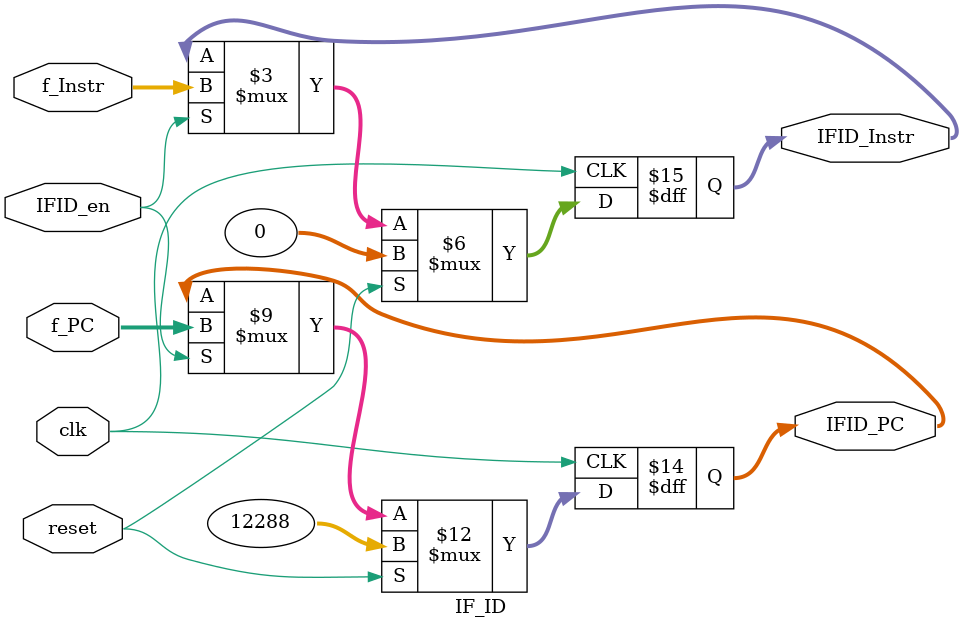
<source format=v>
`timescale 1ns / 1ps
`define PC_Reset 32'h0000_3000
`define Instr_Reset 32'h0000_0000

module IF_ID(
    input clk,
    input reset,
    input IFID_en,//Stall
    input [31:0] f_PC,
    input [31:0] f_Instr,
    output reg [31:0] IFID_PC,
    output reg [31:0] IFID_Instr
    );

    always @(posedge clk) begin
        if (reset) begin
            IFID_PC <= `PC_Reset;
            IFID_Instr <= `Instr_Reset;
        end
        else if (IFID_en) begin
            IFID_PC <= f_PC;
            IFID_Instr <= f_Instr;
        end
        else begin
            IFID_PC <= IFID_PC;
            IFID_Instr <= IFID_Instr;
        end
    end


endmodule

</source>
